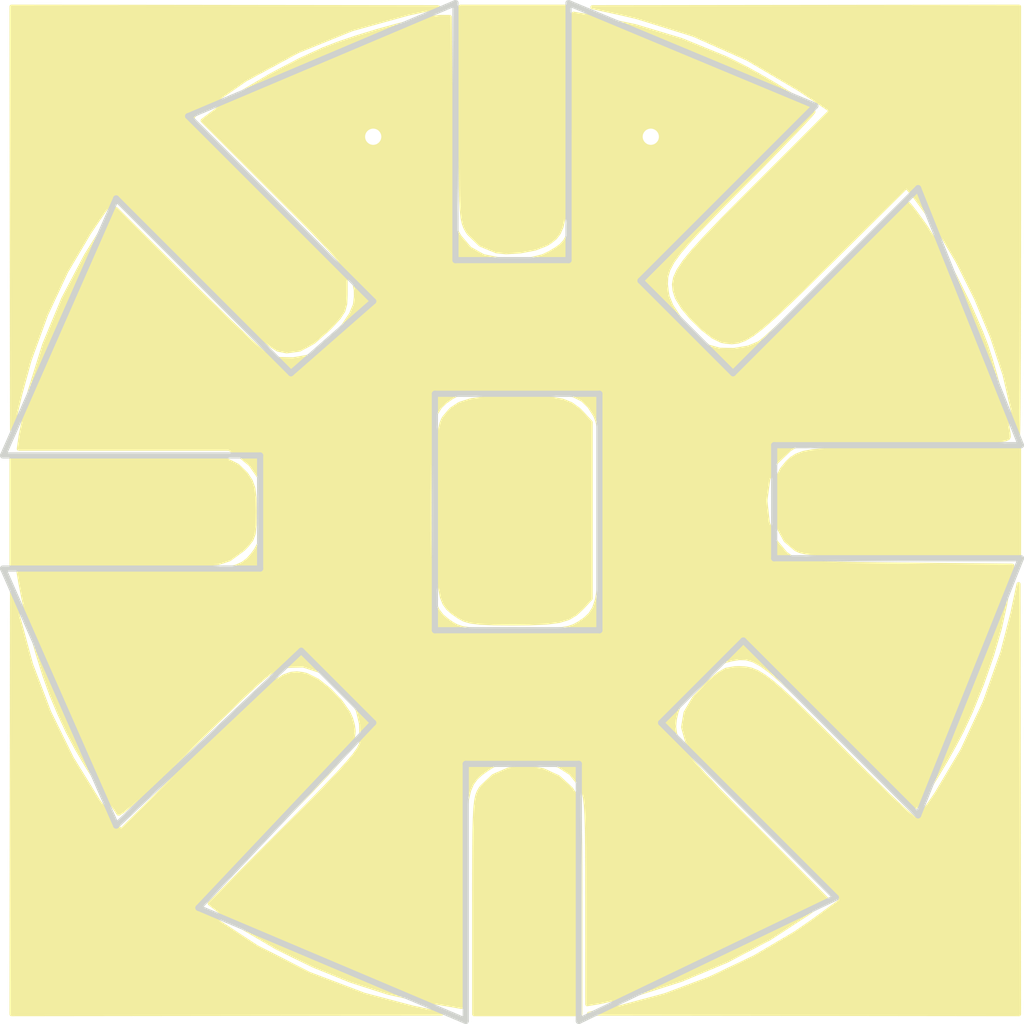
<source format=kicad_pcb>
(kicad_pcb (version 20221018) (generator pcbnew)
  (layers (0 "F.Cu" signal) (31 "B.Cu" signal) (34 "B.Paste" user) (35 "F.Paste" user) (36 "B.SilkS" user "B.Silkscreen") (37 "F.SilkS" user "F.Silkscreen") (38 "B.Mask" user) (39 "F.Mask" user) (44 "Edge.Cuts" user))
  (net 0 "")
  (footprint "MotorEncoderDisk:MED" (layer "F.Cu") (at 126.7 96.1)
    (fp_text reference "G***" hide)
    (fp_text value "LOGO" hide)
    (fp_poly (pts (xy -6.434667 0.026336) (xy -6.438957 0.359402) (xy -6.462574 0.575606) (xy -6.52164 0.727388) (xy -6.632277 0.867189) (xy -6.721145 0.958167) (xy -7.063441 1.208503) (xy -7.334979 1.298724) (xy -7.504236 1.312907) (xy -7.81743 1.325767) (xy -8.249166 1.33679) (xy -8.77405 1.345463) (xy -9.366686 1.351271) (xy -10.001679 1.353701) (xy -10.054167 1.353734) (xy -12.446 1.354666) (xy -12.446 0) (xy -12.446 -1.354667) (xy -9.9695 -1.354195) (xy -9.259383 -1.351005) (xy -8.619382 -1.342146) (xy -8.069825 -1.328258) (xy -7.631036 -1.309984) (xy -7.323341 -1.287967) (xy -7.177114 -1.265994) (xy -6.8611 -1.105827) (xy -6.647947 -0.898641) (xy -6.535211 -0.727783) (xy -6.470493 -0.548343) (xy -6.441189 -0.305652) (xy -6.434667 0.026336)) (stroke (width 0.1)) (fill solid) (layer "F.SilkS"))
    (fp_poly (pts (xy 1.27 -9.855296) (xy 1.268832 -9.063881) (xy 1.263451 -8.423587) (xy 1.251039 -7.916206) (xy 1.228777 -7.523531) (xy 1.193848 -7.227355) (xy 1.143432 -7.009471) (xy 1.074712 -6.851672) (xy 0.98487 -6.73575) (xy 0.871088 -6.643498) (xy 0.76232 -6.575325) (xy 0.490587 -6.469906) (xy 0.134074 -6.399761) (xy -0.224313 -6.376597) (xy -0.465667 -6.401894) (xy -0.863073 -6.566145) (xy -1.149109 -6.845462) (xy -1.188228 -6.905017) (xy -1.234995 -6.989639) (xy -1.272103 -7.088258) (xy -1.300661 -7.220257) (xy -1.321781 -7.405019) (xy -1.336573 -7.661928) (xy -1.346147 -8.010365) (xy -1.351613 -8.469714) (xy -1.354083 -9.059358) (xy -1.354667 -9.79868) (xy -1.354667 -9.810161) (xy -1.354667 -12.446) (xy -0.042334 -12.446) (xy 1.27 -12.446) (xy 1.27 -9.855296)) (stroke (width 0.1)) (fill solid) (layer "F.SilkS"))
    (fp_poly (pts (xy 1.608666 12.446) (xy 0.296333 12.446) (xy -1.016 12.446) (xy -1.016 9.770903) (xy -1.015634 9.026593) (xy -1.013742 8.432506) (xy -1.00914 7.969533) (xy -1.000641 7.618563) (xy -0.987058 7.360486) (xy -0.967206 7.176193) (xy -0.939898 7.046575) (xy -0.903948 6.95252) (xy -0.85817 6.87492) (xy -0.834081 6.840324) (xy -0.538882 6.560494) (xy -0.161864 6.39723) (xy 0.257546 6.348891) (xy 0.679918 6.413835) (xy 1.065826 6.59042) (xy 1.375842 6.877005) (xy 1.416478 6.93402) (xy 1.47044 7.018986) (xy 1.513221 7.107352) (xy 1.546118 7.218699) (xy 1.57043 7.37261) (xy 1.587453 7.588663) (xy 1.598486 7.886441) (xy 1.604827 8.285524) (xy 1.607773 8.805494) (xy 1.608622 9.46593) (xy 1.608666 9.833854) (xy 1.608666 12.446)) (stroke (width 0.1)) (fill solid) (layer "F.SilkS"))
    (fp_poly (pts (xy 12.446 1.100666) (xy 9.800166 1.098413) (xy 9.045945 1.096817) (xy 8.4425 1.092847) (xy 7.971283 1.085597) (xy 7.613743 1.074157) (xy 7.351331 1.057622) (xy 7.165497 1.035084) (xy 7.03769 1.005636) (xy 6.949362 0.968369) (xy 6.931897 0.958112) (xy 6.678042 0.742478) (xy 6.52055 0.454177) (xy 6.445667 0.060225) (xy 6.434666 -0.234479) (xy 6.44655 -0.587031) (xy 6.489924 -0.824754) (xy 6.576369 -1.000976) (xy 6.611475 -1.048607) (xy 6.717153 -1.176626) (xy 6.824105 -1.279328) (xy 6.951372 -1.359502) (xy 7.117993 -1.419934) (xy 7.343007 -1.463409) (xy 7.645454 -1.492717) (xy 8.044374 -1.510642) (xy 8.558807 -1.519971) (xy 9.207791 -1.523493) (xy 9.859462 -1.524) (xy 12.446 -1.524) (xy 12.446 -0.211667) (xy 12.446 1.100666)) (stroke (width 0.1)) (fill solid) (layer "F.SilkS"))
    (fp_poly (pts (xy -1.820334 12.434085) (xy -7.133167 12.440042) (xy -12.446 12.446) (xy -12.440043 7.1755) (xy -12.434086 1.905) (xy -12.281085 2.624666) (xy -11.961329 3.807504) (xy -11.513032 4.987641) (xy -10.956736 6.121042) (xy -10.312981 7.16367) (xy -9.911441 7.704666) (xy -9.74271 7.916333) (xy -7.855112 6.032447) (xy -7.288493 5.469276) (xy -6.825294 5.016673) (xy -6.450756 4.663933) (xy -6.150117 4.40035) (xy -5.908619 4.21522) (xy -5.711501 4.097836) (xy -5.544004 4.037493) (xy -5.391366 4.023487) (xy -5.23883 4.045111) (xy -5.147798 4.068838) (xy -4.884577 4.201841) (xy -4.591912 4.435065) (xy -4.31993 4.719254) (xy -4.118762 5.005158) (xy -4.058444 5.139168) (xy -4.010976 5.303791) (xy -3.991708 5.455758) (xy -4.011141 5.610044) (xy -4.07978 5.781625) (xy -4.208127 5.985475) (xy -4.406685 6.236571) (xy -4.685958 6.549888) (xy -5.056447 6.940401) (xy -5.528657 7.423085) (xy -5.979811 7.878699) (xy -7.875475 9.788398) (xy -7.601539 9.990928) (xy -6.386926 10.788269) (xy -5.090215 11.449916) (xy -3.73719 11.9642) (xy -2.54 12.28147) (xy -1.820334 12.434085)) (stroke (width 0.1)) (fill solid) (layer "F.SilkS"))
    (fp_poly (pts (xy 1.862666 2.176606) (xy 1.654243 2.401499) (xy 1.492456 2.553301) (xy 1.312762 2.660861) (xy 1.083415 2.7314) (xy 0.772666 2.772139) (xy 0.348769 2.790299) (xy -0.069012 2.793442) (xy -0.536265 2.789471) (xy -0.867939 2.77544) (xy -1.097681 2.747316) (xy -1.259139 2.701067) (xy -1.380496 2.636291) (xy -1.536593 2.529446) (xy -1.658172 2.424961) (xy -1.749547 2.301159) (xy -1.815028 2.136363) (xy -1.858931 1.908895) (xy -1.885566 1.597079) (xy -1.899248 1.179237) (xy -1.904288 0.633693) (xy -1.905 0) (xy -1.90394 -0.654797) (xy -1.899789 -1.162117) (xy -1.891092 -1.543812) (xy -1.876395 -1.821732) (xy -1.854243 -2.017725) (xy -1.823182 -2.153643) (xy -1.781755 -2.251335) (xy -1.751876 -2.299873) (xy -1.58641 -2.494177) (xy -1.37639 -2.632464) (xy -1.093019 -2.722923) (xy -0.707499 -2.773739) (xy -0.191033 -2.7931) (xy -0.013883 -2.794) (xy 0.507443 -2.787291) (xy 0.892541 -2.762024) (xy 1.174168 -2.710491) (xy 1.385083 -2.624986) (xy 1.558042 -2.4978) (xy 1.654243 -2.4015) (xy 1.862666 -2.176607) (xy 1.862666 -0.000001) (xy 1.862666 2.176606)) (stroke (width 0.1)) (fill solid) (layer "F.SilkS"))
    (fp_poly (pts (xy 12.446 12.446) (xy 7.133166 12.439988) (xy 1.820333 12.433977) (xy 2.618221 12.266526) (xy 3.705708 11.97442) (xy 4.821133 11.557074) (xy 5.911752 11.038122) (xy 6.924821 10.4412) (xy 7.353373 10.144673) (xy 8.060414 9.628141) (xy 6.198181 7.756237) (xy 5.733663 7.286464) (xy 5.305441 6.847972) (xy 4.928934 6.456972) (xy 4.619559 6.129678) (xy 4.392731 5.882302) (xy 4.26387 5.731058) (xy 4.242307 5.699399) (xy 4.145892 5.354898) (xy 4.205342 4.999896) (xy 4.423899 4.625578) (xy 4.775274 4.250108) (xy 5.016731 4.044545) (xy 5.209283 3.936924) (xy 5.415572 3.897786) (xy 5.531071 3.894666) (xy 5.682197 3.901984) (xy 5.827825 3.931712) (xy 5.982504 3.995515) (xy 6.16078 4.105054) (xy 6.3772 4.271993) (xy 6.646313 4.507996) (xy 6.982664 4.824726) (xy 7.400801 5.233845) (xy 7.915271 5.747016) (xy 8.207169 6.040224) (xy 8.639252 6.470843) (xy 9.033956 6.856622) (xy 9.375367 7.182613) (xy 9.647569 7.433869) (xy 9.834648 7.595442) (xy 9.920688 7.652384) (xy 9.923027 7.651809) (xy 9.999599 7.565827) (xy 10.14332 7.373857) (xy 10.328105 7.111262) (xy 10.404526 6.999039) (xy 11.045318 5.923696) (xy 11.594615 4.745321) (xy 12.030873 3.515091) (xy 12.28147 2.54) (xy 12.434085 1.820333) (xy 12.440042 7.133166) (xy 12.446 12.446)) (stroke (width 0.1)) (fill solid) (layer "F.SilkS"))
    (fp_poly (pts (xy -1.905 -12.433388) (xy -2.649435 -12.272942) (xy -4.033697 -11.888671) (xy -5.377632 -11.343528) (xy -6.667982 -10.643794) (xy -7.891487 -9.795754) (xy -7.913831 -9.778378) (xy -7.954749 -9.737854) (xy -7.968687 -9.686754) (xy -7.944603 -9.612186) (xy -7.871461 -9.501262) (xy -7.738221 -9.34109) (xy -7.533845 -9.118781) (xy -7.247293 -8.821443) (xy -6.867526 -8.436188) (xy -6.383507 -7.950124) (xy -6.135831 -7.702162) (xy -4.191 -5.755952) (xy -4.191 -5.336541) (xy -4.200798 -5.103873) (xy -4.248353 -4.929647) (xy -4.360905 -4.758952) (xy -4.565695 -4.536879) (xy -4.61023 -4.4915) (xy -4.98788 -4.158076) (xy -5.326083 -3.973446) (xy -5.646702 -3.928556) (xy -5.863644 -3.972505) (xy -6.023279 -4.069376) (xy -6.294613 -4.290923) (xy -6.676206 -4.635832) (xy -7.166616 -5.10279) (xy -7.764405 -5.690483) (xy -7.958405 -5.884071) (xy -8.414659 -6.338282) (xy -8.833975 -6.751104) (xy -9.201108 -7.107893) (xy -9.500811 -7.394003) (xy -9.717841 -7.59479) (xy -9.836952 -7.695607) (xy -9.853595 -7.704667) (xy -9.912682 -7.685653) (xy -9.992013 -7.613697) (xy -10.109424 -7.466428) (xy -10.282748 -7.221474) (xy -10.529823 -6.856466) (xy -10.529845 -6.856432) (xy -11.095159 -5.900767) (xy -11.592486 -4.834896) (xy -11.999353 -3.711716) (xy -12.237959 -2.836334) (xy -12.434173 -1.989667) (xy -12.440087 -7.217834) (xy -12.446 -12.446) (xy -7.1755 -12.439694) (xy -1.905 -12.433388)) (stroke (width 0.1)) (fill solid) (layer "F.SilkS"))
    (fp_poly (pts (xy 12.446 -7.154334) (xy 12.445609 -6.225) (xy 12.444484 -5.347635) (xy 12.442691 -4.536575) (xy 12.440299 -3.806159) (xy 12.437377 -3.170725) (xy 12.433991 -2.64461) (xy 12.430209 -2.242154) (xy 12.426101 -1.977694) (xy 12.421734 -1.865568) (xy 12.4209 -1.862667) (xy 12.395627 -1.939351) (xy 12.351995 -2.141847) (xy 12.298787 -2.428825) (xy 12.290779 -2.475103) (xy 12.08823 -3.350236) (xy 11.779026 -4.286169) (xy 11.384105 -5.237203) (xy 10.924405 -6.157641) (xy 10.420862 -7.001785) (xy 9.894414 -7.723937) (xy 9.875367 -7.747) (xy 9.664595 -8.001) (xy 7.774464 -6.127295) (xy 7.214412 -5.574119) (xy 6.758082 -5.130492) (xy 6.390276 -4.785415) (xy 6.095795 -4.527889) (xy 5.85944 -4.346915) (xy 5.666014 -4.231494) (xy 5.500318 -4.170627) (xy 5.347154 -4.153315) (xy 5.191323 -4.16856) (xy 5.094493 -4.187817) (xy 4.889266 -4.287638) (xy 4.633549 -4.486077) (xy 4.370542 -4.740704) (xy 4.143448 -5.009085) (xy 3.99547 -5.248789) (xy 3.982726 -5.279757) (xy 3.934426 -5.435716) (xy 3.919394 -5.585805) (xy 3.947994 -5.744518) (xy 4.030589 -5.92635) (xy 4.17754 -6.145796) (xy 4.39921 -6.41735) (xy 4.705963 -6.755506) (xy 5.10816 -7.17476) (xy 5.616164 -7.689605) (xy 5.932142 -8.006481) (xy 7.803521 -9.879247) (xy 7.01326 -10.407422) (xy 5.742383 -11.156412) (xy 4.404084 -11.75051) (xy 3.00369 -12.187447) (xy 2.624666 -12.27621) (xy 1.905 -12.433388) (xy 7.1755 -12.439694) (xy 12.446 -12.446) (xy 12.446 -7.154334)) (stroke (width 0.1)) (fill solid) (layer "F.SilkS"))
    (fp_poly (pts (xy 12.277624 1.363704) (xy 12.239783 1.549685) (xy 12.206768 1.725749) (xy 12.156819 2.007384) (xy 12.101653 2.328333) (xy 11.972927 2.913179) (xy 11.776318 3.586217) (xy 11.53129 4.290571) (xy 11.257308 4.969367) (xy 11.033389 5.449748) (xy 10.84099 5.815917) (xy 10.625359 6.199173) (xy 10.404515 6.570648) (xy 10.196475 6.901477) (xy 10.019256 7.162791) (xy 9.890878 7.325725) (xy 9.837322 7.366) (xy 9.766237 7.308516) (xy 9.590586 7.145783) (xy 9.325453 6.892381) (xy 8.985917 6.562888) (xy 8.58706 6.171883) (xy 8.143963 5.733946) (xy 7.96114 5.552304) (xy 7.410371 5.006029) (xy 6.962576 4.569305) (xy 6.601538 4.231399) (xy 6.31104 3.981585) (xy 6.074863 3.80913) (xy 5.876791 3.703308) (xy 5.700605 3.653387) (xy 5.530089 3.648638) (xy 5.349024 3.678332) (xy 5.189554 3.718631) (xy 4.882854 3.866303) (xy 4.561442 4.124667) (xy 4.271064 4.446242) (xy 4.057463 4.783544) (xy 3.987004 4.966843) (xy 3.941442 5.162934) (xy 3.925055 5.341267) (xy 3.948473 5.517606) (xy 4.022324 5.707716) (xy 4.157237 5.927363) (xy 4.36384 6.192311) (xy 4.652761 6.518325) (xy 5.03463 6.921171) (xy 5.520074 7.416614) (xy 5.890076 7.789625) (xy 7.700319 9.610251) (xy 7.237523 9.948625) (xy 6.276467 10.575081) (xy 5.216287 11.13117) (xy 4.104408 11.596624) (xy 2.988258 11.951173) (xy 2.116666 12.141586) (xy 2.116666 -0.014117) (xy 2.115506 -0.669931) (xy 2.111032 -1.179044) (xy 2.101758 -1.564077) (xy 2.086193 -1.847653) (xy 2.06285 -2.052393) (xy 2.03024 -2.20092) (xy 1.986875 -2.315855) (xy 1.961958 -2.365446) (xy 1.827609 -2.576091) (xy 1.665314 -2.731794) (xy 1.448881 -2.840414) (xy 1.152117 -2.909807) (xy 0.74883 -2.947833) (xy 0.212826 -2.962348) (xy -0.031019 -2.963334) (xy -0.531884 -2.960993) (xy -0.894903 -2.951642) (xy -1.15153 -2.93179) (xy -1.333215 -2.897946) (xy -1.471411 -2.846619) (xy -1.568493 -2.792666) (xy -1.727448 -2.684599) (xy -1.852434 -2.56571) (xy -1.947503 -2.41526) (xy -2.016706 -2.212505) (xy -2.064093 -1.936704) (xy -2.093715 -1.567115) (xy -2.109624 -1.082998) (xy -2.11587 -0.46361) (xy -2.116667 0.014116) (xy -2.114714 0.722025) (xy -2.106055 1.281826) (xy -2.086494 1.714727) (xy -2.051835 2.041935) (xy -1.997881 2.284656) (xy -1.920434 2.464098) (xy -1.815299 2.601468) (xy -1.678278 2.717973) (xy -1.566334 2.795057) (xy -1.45067 2.859946) (xy -1.313089 2.905724) (xy -1.123406 2.935645) (xy -0.851438 2.952959) (xy -0.467 2.960921) (xy -0.009994 2.962775) (xy 0.498961 2.960817) (xy 0.86936 2.952229) (xy 1.131946 2.9337) (xy 1.317463 2.901914) (xy 1.456655 2.853559) (xy 1.568492 2.792665) (xy 1.727447 2.684598) (xy 1.852433 2.565709) (xy 1.947502 2.415259) (xy 2.016705 2.212504) (xy 2.064092 1.936703) (xy 2.093714 1.567114) (xy 2.109623 1.082997) (xy 2.115869 0.463609) (xy 2.116666 -0.014117) (xy 2.116666 12.141586) (xy 2.0955 12.146211) (xy 1.778 12.199673) (xy 1.777683 9.634669) (xy 1.777014 8.904208) (xy 1.774425 8.32332) (xy 1.768744 7.872249) (xy 1.758799 7.531235) (xy 1.743418 7.280521) (xy 1.721428 7.100349) (xy 1.691656 6.970961) (xy 1.652932 6.872599) (xy 1.609124 6.793726) (xy 1.371446 6.495447) (xy 1.071236 6.304075) (xy 0.6752 6.204572) (xy 0.252487 6.180983) (xy -0.106287 6.190093) (xy -0.354407 6.226342) (xy -0.549939 6.302459) (xy -0.687913 6.387163) (xy -0.843057 6.498198) (xy -0.967881 6.610962) (xy -1.065677 6.74435) (xy -1.139736 6.917259) (xy -1.193352 7.148583) (xy -1.229816 7.45722) (xy -1.25242 7.862066) (xy -1.264456 8.382017) (xy -1.269216 9.035968) (xy -1.27 9.728295) (xy -1.272023 10.365094) (xy -1.277746 10.943089) (xy -1.286658 11.441726) (xy -1.298242 11.84045) (xy -1.311986 12.118706) (xy -1.327374 12.25594) (xy -1.3335 12.266845) (xy -1.46703 12.243077) (xy -1.524 12.232141) (xy -1.665873 12.207195) (xy -1.922794 12.16438) (xy -2.242573 12.112376) (xy -2.286 12.1054) (xy -3.137949 11.916946) (xy -4.054728 11.623299) (xy -4.988172 11.245381) (xy -5.890112 10.804113) (xy -6.71238 10.320416) (xy -7.22431 9.960486) (xy -7.548287 9.712178) (xy -5.679144 7.836281) (xy -5.141263 7.294197) (xy -4.713257 6.85687) (xy -4.383484 6.511127) (xy -4.1403 6.243795) (xy -3.972064 6.0417) (xy -3.867135 5.89167) (xy -3.813869 5.780531) (xy -3.800629 5.710692) (xy -3.809367 5.279121) (xy -3.888853 4.941297) (xy -4.063049 4.641893) (xy -4.355915 4.325586) (xy -4.430899 4.25537) (xy -4.828899 3.964831) (xy -5.238369 3.830847) (xy -5.694869 3.842363) (xy -5.736167 3.849548) (xy -5.842818 3.88133) (xy -5.968549 3.947526) (xy -6.127603 4.060607) (xy -6.334222 4.233047) (xy -6.602648 4.477317) (xy -6.947122 4.80589) (xy -7.381888 5.231239) (xy -7.898038 5.742804) (xy -8.389444 6.227026) (xy -8.827262 6.649278) (xy -9.19915 6.998238) (xy -9.492763 7.262588) (xy -9.695758 7.431009) (xy -9.795791 7.49218) (xy -9.803038 7.489748) (xy -10.223764 6.869845) (xy -10.560728 6.347424) (xy -10.834291 5.88643) (xy -11.064813 5.450807) (xy -11.272654 5.004498) (xy -11.461884 4.552105) (xy -11.633915 4.075742) (xy -11.814474 3.494586) (xy -11.986217 2.87119) (xy -12.131796 2.268105) (xy -12.225295 1.799166) (xy -12.272434 1.524) (xy -9.726179 1.523999) (xy -8.941991 1.522833) (xy -8.308227 1.517282) (xy -7.805983 1.50427) (xy -7.416356 1.480722) (xy -7.120441 1.443562) (xy -6.899335 1.389712) (xy -6.734134 1.316098) (xy -6.605933 1.219642) (xy -6.495829 1.097269) (xy -6.412428 0.984768) (xy -6.295626 0.766302) (xy -6.226648 0.483068) (xy -6.193683 0.116266) (xy -6.208414 -0.408716) (xy -6.32003 -0.815964) (xy -6.539783 -1.133829) (xy -6.762755 -1.317504) (xy -7.066642 -1.524001) (xy -9.666332 -1.524001) (xy -12.266021 -1.524001) (xy -12.220579 -1.8415) (xy -11.994823 -2.951671) (xy -11.638079 -4.09582) (xy -11.168386 -5.227525) (xy -10.603785 -6.300366) (xy -10.296427 -6.792808) (xy -9.863667 -7.447283) (xy -8.085667 -5.679961) (xy -7.627561 -5.227577) (xy -7.200651 -4.811633) (xy -6.821686 -4.448004) (xy -6.507412 -4.15257) (xy -6.274579 -3.941209) (xy -6.139933 -3.829797) (xy -6.122733 -3.818987) (xy -5.838214 -3.741939) (xy -5.484239 -3.733881) (xy -5.144973 -3.792572) (xy -5.002139 -3.848815) (xy -4.757544 -4.020279) (xy -4.493021 -4.274805) (xy -4.246714 -4.566863) (xy -4.056764 -4.850927) (xy -3.961315 -5.081468) (xy -3.959277 -5.093608) (xy -3.937791 -5.279968) (xy -3.939776 -5.448625) (xy -3.976606 -5.615494) (xy -4.059655 -5.796493) (xy -4.200298 -6.007539) (xy -4.409908 -6.264548) (xy -4.69986 -6.583439) (xy -5.081528 -6.980127) (xy -5.566287 -7.47053) (xy -5.888869 -7.793873) (xy -7.72485 -9.631277) (xy -7.270258 -9.970382) (xy -6.695759 -10.361846) (xy -6.022068 -10.760992) (xy -5.31354 -11.131612) (xy -4.741334 -11.39322) (xy -4.361508 -11.539453) (xy -3.906314 -11.693001) (xy -3.414738 -11.843051) (xy -2.925766 -11.978789) (xy -2.478385 -12.089401) (xy -2.111581 -12.164074) (xy -1.86434 -12.191993) (xy -1.861522 -12.192) (xy -1.617821 -12.192) (xy -1.592078 -9.630834) (xy -1.584372 -8.903906) (xy -1.576492 -8.32631) (xy -1.566923 -7.878053) (xy -1.554148 -7.53914) (xy -1.536652 -7.289574) (xy -1.512917 -7.109362) (xy -1.481429 -6.978508) (xy -1.440671 -6.877017) (xy -1.389127 -6.784895) (xy -1.374499 -6.761181) (xy -1.124187 -6.46855) (xy -0.79104 -6.28311) (xy -0.348701 -6.193384) (xy -0.041066 -6.180667) (xy 0.36675 -6.202895) (xy 0.673482 -6.278059) (xy 0.842764 -6.357981) (xy 1.001302 -6.449986) (xy 1.128925 -6.541468) (xy 1.228986 -6.650882) (xy 1.304839 -6.796685) (xy 1.359835 -6.997331) (xy 1.397328 -7.271277) (xy 1.420671 -7.636978) (xy 1.433217 -8.112891) (xy 1.438318 -8.71747) (xy 1.439327 -9.469173) (xy 1.439333 -9.641781) (xy 1.439333 -12.272434) (xy 1.7145 -12.225748) (xy 2.968456 -11.964124) (xy 4.113123 -11.619196) (xy 5.193625 -11.177155) (xy 5.291666 -11.130993) (xy 5.639553 -10.955447) (xy 6.018441 -10.748011) (xy 6.399317 -10.526625) (xy 6.75317 -10.309227) (xy 7.050988 -10.113754) (xy 7.263759 -9.958147) (xy 7.362471 -9.860342) (xy 7.366 -9.848414) (xy 7.308568 -9.775193) (xy 7.146105 -9.597635) (xy 6.893359 -9.331099) (xy 6.565077 -8.990945) (xy 6.176007 -8.59253) (xy 5.740897 -8.151214) (xy 5.595739 -8.004842) (xy 5.05811 -7.46159) (xy 4.629571 -7.020831) (xy 4.298907 -6.665894) (xy 4.054901 -6.380106) (xy 3.886337 -6.146797) (xy 3.781999 -5.949294) (xy 3.73067 -5.770927) (xy 3.721135 -5.595024) (xy 3.742179 -5.404913) (xy 3.763894 -5.281999) (xy 3.858332 -5.052483) (xy 4.046016 -4.76591) (xy 4.287567 -4.470507) (xy 4.543608 -4.214502) (xy 4.771641 -4.04778) (xy 5.050673 -3.96985) (xy 5.405908 -3.963906) (xy 5.762812 -4.024779) (xy 6.027866 -4.134911) (xy 6.160907 -4.240424) (xy 6.393966 -4.449019) (xy 6.708378 -4.742996) (xy 7.085478 -5.104656) (xy 7.5066 -5.5163) (xy 7.95308 -5.960228) (xy 7.957852 -5.965014) (xy 8.390675 -6.39722) (xy 8.784925 -6.787322) (xy 9.124787 -7.119959) (xy 9.394447 -7.379771) (xy 9.578089 -7.551397) (xy 9.659898 -7.619477) (xy 9.661777 -7.62) (xy 9.730459 -7.554979) (xy 9.869186 -7.380881) (xy 10.053526 -7.12916) (xy 10.150033 -6.991451) (xy 10.504348 -6.431648) (xy 10.870605 -5.771079) (xy 11.216852 -5.072526) (xy 11.51114 -4.39877) (xy 11.635042 -4.073422) (xy 11.742392 -3.743907) (xy 11.857718 -3.343697) (xy 11.970447 -2.915546) (xy 12.070008 -2.502206) (xy 12.145827 -2.146428) (xy 12.187332 -1.890965) (xy 12.192 -1.82123) (xy 12.174298 -1.784638) (xy 12.109858 -1.755627) (xy 11.981675 -1.733351) (xy 11.772745 -1.716962) (xy 11.466062 -1.705616) (xy 11.044624 -1.698466) (xy 10.491425 -1.694665) (xy 9.789462 -1.693368) (xy 9.622187 -1.693334) (xy 8.894748 -1.693003) (xy 8.316922 -1.69113) (xy 7.868988 -1.686397) (xy 7.531227 -1.677486) (xy 7.283917 -1.663077) (xy 7.107339 -1.641853) (xy 6.981772 -1.612493) (xy 6.887496 -1.57368) (xy 6.804791 -1.524095) (xy 6.77329 -1.502834) (xy 6.447111 -1.190093) (xy 6.251438 -0.781072) (xy 6.181042 -0.26444) (xy 6.180666 -0.218553) (xy 6.23966 0.303798) (xy 6.408887 0.739457) (xy 6.676712 1.062509) (xy 6.792701 1.144849) (xy 6.881101 1.192339) (xy 6.985067 1.230292) (xy 7.12417 1.260022) (xy 7.31798 1.28284) (xy 7.586068 1.300058) (xy 7.948006 1.31299) (xy 8.423363 1.322946) (xy 9.03171 1.33124) (xy 9.673645 1.338019) (xy 12.277624 1.363704)) (stroke (width 0.1)) (fill solid) (layer "F.SilkS"))
  )
  (gr_line (start 125.222 83.566) (end 118.618 86.36) (stroke (width 0.1524)) (layer "Edge.Cuts"))
  (gr_line (start 118.872 105.918) (end 125.476 108.712) (stroke (width 0.1524)) (layer "Edge.Cuts"))
  (gr_line (start 132.08 99.568) (end 132.334 99.314) (stroke (width 0.1524)) (layer "Edge.Cuts"))
  (gr_line (start 128.016 89.916) (end 125.222 89.916) (stroke (width 0.1524)) (layer "Edge.Cuts"))
  (gr_line (start 121.158 92.71) (end 116.84 88.392) (stroke (width 0.1524)) (layer "Edge.Cuts"))
  (gr_line (start 128.27 102.362) (end 128.27 108.712) (stroke (width 0.1524)) (layer "Edge.Cuts"))
  (gr_line (start 128.778 99.06) (end 128.778 93.218) (stroke (width 0.1524)) (layer "Edge.Cuts"))
  (gr_line (start 125.476 108.712) (end 125.476 102.362) (stroke (width 0.1524)) (layer "Edge.Cuts"))
  (gr_line (start 120.396 94.742) (end 120.396 97.536) (stroke (width 0.1524)) (layer "Edge.Cuts"))
  (gr_line (start 116.84 103.886) (end 121.412 99.568) (stroke (width 0.1524)) (layer "Edge.Cuts"))
  (gr_line (start 128.778 93.218) (end 124.714 93.218) (stroke (width 0.1524)) (layer "Edge.Cuts"))
  (gr_line (start 136.652 88.138) (end 132.08 92.71) (stroke (width 0.1524)) (layer "Edge.Cuts"))
  (gr_line (start 114.046 94.742) (end 120.396 94.742) (stroke (width 0.1524)) (layer "Edge.Cuts"))
  (gr_line (start 133.096 97.282) (end 133.096 94.488) (stroke (width 0.1524)) (layer "Edge.Cuts"))
  (gr_line (start 118.618 86.36) (end 123.19 90.932) (stroke (width 0.1524)) (layer "Edge.Cuts"))
  (gr_line (start 116.84 88.392) (end 114.046 94.742) (stroke (width 0.1524)) (layer "Edge.Cuts"))
  (gr_line (start 128.27 108.712) (end 134.62 105.664) (stroke (width 0.1524)) (layer "Edge.Cuts"))
  (gr_line (start 139.192 97.282) (end 133.096 97.282) (stroke (width 0.1524)) (layer "Edge.Cuts"))
  (gr_line (start 134.62 105.664) (end 130.302 101.346) (stroke (width 0.1524)) (layer "Edge.Cuts"))
  (gr_line (start 114.046 97.536) (end 116.84 103.886) (stroke (width 0.1524)) (layer "Edge.Cuts"))
  (gr_line (start 125.476 102.362) (end 128.27 102.362) (stroke (width 0.1524)) (layer "Edge.Cuts"))
  (gr_line (start 130.302 101.346) (end 132.08 99.568) (stroke (width 0.1524)) (layer "Edge.Cuts"))
  (gr_line (start 124.714 93.218) (end 124.714 99.06) (stroke (width 0.1524)) (layer "Edge.Cuts"))
  (gr_line (start 123.19 101.346) (end 118.872 105.918) (stroke (width 0.1524)) (layer "Edge.Cuts"))
  (gr_line (start 125.222 89.916) (end 125.222 83.566) (stroke (width 0.1524)) (layer "Edge.Cuts"))
  (gr_line (start 123.19 90.932) (end 121.158 92.71) (stroke (width 0.1524)) (layer "Edge.Cuts"))
  (gr_line (start 124.714 99.06) (end 128.778 99.06) (stroke (width 0.1524)) (layer "Edge.Cuts"))
  (gr_line (start 120.396 97.536) (end 114.046 97.536) (stroke (width 0.1524)) (layer "Edge.Cuts"))
  (gr_line (start 121.412 99.568) (end 123.19 101.346) (stroke (width 0.1524)) (layer "Edge.Cuts"))
  (gr_line (start 129.794 90.424) (end 134.112 86.106) (stroke (width 0.1524)) (layer "Edge.Cuts"))
  (gr_line (start 132.334 99.314) (end 136.652 103.632) (stroke (width 0.1524)) (layer "Edge.Cuts"))
  (gr_line (start 132.08 92.71) (end 129.794 90.424) (stroke (width 0.1524)) (layer "Edge.Cuts"))
  (gr_line (start 134.112 86.106) (end 128.016 83.566) (stroke (width 0.1524)) (layer "Edge.Cuts"))
  (gr_line (start 139.192 94.488) (end 136.652 88.138) (stroke (width 0.1524)) (layer "Edge.Cuts"))
  (gr_line (start 133.096 94.488) (end 139.192 94.488) (stroke (width 0.1524)) (layer "Edge.Cuts"))
  (gr_line (start 136.652 103.632) (end 139.192 97.282) (stroke (width 0.1524)) (layer "Edge.Cuts"))
  (gr_line (start 128.016 83.566) (end 128.016 89.916) (stroke (width 0.1524)) (layer "Edge.Cuts"))
  (gr_text "Motor" (at 126.746 91.44) (layer "F.Cu") (effects (font (size 1.5 1.5) (thickness 0.3))))
  (gr_text "E" (at 116.84 92.202) (layer "F.Cu") (effects (font (size 1.5 1.5) (thickness 0.3))))
  (gr_text "E" (at 136.144 92.202) (layer "F.Cu") (effects (font (size 1.5 1.5) (thickness 0.3))))
  (gr_text "D" (at 136.144 99.568) (layer "F.Cu") (effects (font (size 1.5 1.5) (thickness 0.3))))
  (gr_text "C" (at 122.682 105.41) (layer "F.Cu") (effects (font (size 1.5 1.5) (thickness 0.3))))
  (gr_text "O" (at 130.81 105.41) (layer "F.Cu") (effects (font (size 1.5 1.5) (thickness 0.3))))
  (gr_text "N" (at 117.348 99.822) (layer "F.Cu") (effects (font (size 1.5 1.5) (thickness 0.3))))
  (gr_text "CE" (at 126.746 100.584) (layer "B.Cu") (effects (font (size 1.5 1.5) (thickness 0.3)) (justify mirror)))
  (via (at 130.048 86.868) (size 0.6) (drill 0.4) (layers "F.Cu" "B.Cu") (net 0))
  (via (at 123.19 86.868) (size 0.6) (drill 0.4) (layers "F.Cu" "B.Cu") (net 0))
  (segment (start 123.19 87.884) (end 123.19 86.868) (width 0.25) (layer "B.Cu") (net 0))
  (segment (start 123.19 87.884) (end 124.206 88.9) (width 0.25) (layer "B.Cu") (net 0))
  (segment (start 124.206 88.9) (end 124.206 90.424) (width 0.25) (layer "B.Cu") (net 0))
  (segment (start 124.206 90.424) (end 124.714 90.932) (width 0.25) (layer "B.Cu") (net 0))
  (segment (start 124.714 90.932) (end 128.016 90.932) (width 0.25) (layer "B.Cu") (net 0))
  (segment (start 128.016 90.932) (end 128.778 90.17) (width 0.25) (layer "B.Cu") (net 0))
  (segment (start 128.778 90.17) (end 128.778 88.9) (width 0.25) (layer "B.Cu") (net 0))
  (segment (start 128.778 88.9) (end 130.048 87.63) (width 0.25) (layer "B.Cu") (net 0))
  (segment (start 130.048 86.868) (end 130.048 87.63) (width 0.25) (layer "B.Cu") (net 0))
)
</source>
